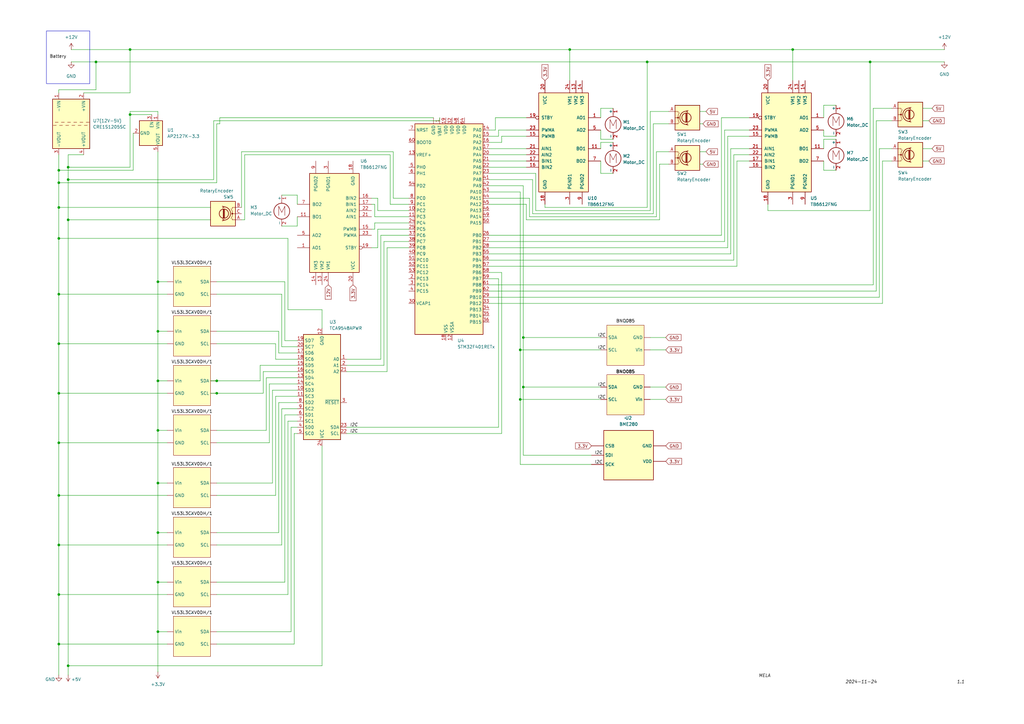
<source format=kicad_sch>
(kicad_sch (version 20231120) (generator "eeschema") (generator_version "8.0")
  (paper "A3")
  (lib_symbols
    (symbol "BNO085_Breakout_1"
      (property "Reference" "BNO085" (at 0 11.43 0))
      (property "Value" "~" (at 0 8.89 0))
      (symbol "BNO085_Breakout_1_1_1"
        (pin power_in line (at -10.16 -3.81 0) (length 2.54) (name "GND") (number ""))
        (pin input line (at 10.16 1.27 180) (length 2.54) (name "SCL") (number ""))
        (pin input line (at 10.16 -3.81 180) (length 2.54) (name "SDA") (number ""))
        (pin power_in line (at -10.16 1.27 0) (length 2.54) (name "Vin") (number ""))
      )
    )
    (symbol "BNO085_Breakout_2"
      (property "Reference" "VCNL4010" (at 0 9.144 0))
      (property "Value" "~" (at 0 8.89 0))
      (symbol "BNO085_Breakout_2_1_1"
        (pin power_in line (at -10.16 -3.81 0) (length 2.54) (name "GND") (number ""))
        (pin input line (at 10.16 -3.81 180) (length 2.54) (name "SCL") (number ""))
        (pin input line (at 10.16 1.27 180) (length 2.54) (name "SDA") (number ""))
        (pin power_in line (at -10.16 1.27 0) (length 2.54) (name "Vin") (number ""))
      )
    )
    (symbol "BNO085_Breakout_3"
      (property "Reference" "VCNL4010" (at 0 9.144 0))
      (property "Value" "~" (at 0 8.89 0))
      (symbol "BNO085_Breakout_3_1_1"
        (pin power_in line (at -10.16 -3.81 0) (length 2.54) (name "GND") (number ""))
        (pin input line (at 10.16 -3.81 180) (length 2.54) (name "SCL") (number ""))
        (pin input line (at 10.16 1.27 180) (length 2.54) (name "SDA") (number ""))
        (pin power_in line (at -10.16 1.27 0) (length 2.54) (name "Vin") (number ""))
      )
    )
    (symbol "BNO085_Breakout_4"
      (property "Reference" "VCNL4010" (at 0 9.144 0))
      (property "Value" "~" (at 0 8.89 0))
      (symbol "BNO085_Breakout_4_1_1"
        (pin power_in line (at -10.16 -3.81 0) (length 2.54) (name "GND") (number ""))
        (pin input line (at 10.16 -3.81 180) (length 2.54) (name "SCL") (number ""))
        (pin input line (at 10.16 1.27 180) (length 2.54) (name "SDA") (number ""))
        (pin power_in line (at -10.16 1.27 0) (length 2.54) (name "Vin") (number ""))
      )
    )
    (symbol "BNO085_Breakout_5"
      (property "Reference" "VCNL4010" (at 0 9.144 0))
      (property "Value" "~" (at 0 8.89 0))
      (symbol "BNO085_Breakout_5_1_1"
        (pin power_in line (at -10.16 -3.81 0) (length 2.54) (name "GND") (number ""))
        (pin input line (at 10.16 -3.81 180) (length 2.54) (name "SCL") (number ""))
        (pin input line (at 10.16 1.27 180) (length 2.54) (name "SDA") (number ""))
        (pin power_in line (at -10.16 1.27 0) (length 2.54) (name "Vin") (number ""))
      )
    )
    (symbol "BNO085_Breakout_6"
      (property "Reference" "VCNL4010" (at 0 9.144 0))
      (property "Value" "~" (at 0 8.89 0))
      (symbol "BNO085_Breakout_6_1_1"
        (pin power_in line (at -10.16 -3.81 0) (length 2.54) (name "GND") (number ""))
        (pin input line (at 10.16 -3.81 180) (length 2.54) (name "SCL") (number ""))
        (pin input line (at 10.16 1.27 180) (length 2.54) (name "SDA") (number ""))
        (pin power_in line (at -10.16 1.27 0) (length 2.54) (name "Vin") (number ""))
      )
    )
    (symbol "BNO085_Breakout_7"
      (property "Reference" "VCNL4010" (at 0 9.144 0))
      (property "Value" "~" (at 0 8.89 0))
      (symbol "BNO085_Breakout_7_1_1"
        (pin power_in line (at -10.16 -3.81 0) (length 2.54) (name "GND") (number ""))
        (pin input line (at 10.16 -3.81 180) (length 2.54) (name "SCL") (number ""))
        (pin input line (at 10.16 1.27 180) (length 2.54) (name "SDA") (number ""))
        (pin power_in line (at -10.16 1.27 0) (length 2.54) (name "Vin") (number ""))
      )
    )
    (symbol "BNO085_Breakout_8"
      (property "Reference" "VCNL4010" (at 0 9.144 0))
      (property "Value" "~" (at 0 8.89 0))
      (symbol "BNO085_Breakout_8_1_1"
        (pin power_in line (at -10.16 -3.81 0) (length 2.54) (name "GND") (number ""))
        (pin input line (at 10.16 -3.81 180) (length 2.54) (name "SCL") (number ""))
        (pin input line (at 10.16 1.27 180) (length 2.54) (name "SDA") (number ""))
        (pin power_in line (at -10.16 1.27 0) (length 2.54) (name "Vin") (number ""))
      )
    )
    (symbol "BNO085_Breakout_9"
      (property "Reference" "VCNL4010" (at 0 9.144 0))
      (property "Value" "~" (at 0 8.89 0))
      (symbol "BNO085_Breakout_9_1_1"
        (pin power_in line (at -10.16 -3.81 0) (length 2.54) (name "GND") (number ""))
        (pin input line (at 10.16 -3.81 180) (length 2.54) (name "SCL") (number ""))
        (pin input line (at 10.16 1.27 180) (length 2.54) (name "SDA") (number ""))
        (pin power_in line (at -10.16 1.27 0) (length 2.54) (name "Vin") (number ""))
      )
    )
    (symbol "BNO085_custom:BNO085_Breakout"
      (property "Reference" "BNO085" (at 0 11.43 0))
      (property "Value" "~" (at 0 8.89 0))
      (symbol "BNO085_Breakout_1_1"
        (pin power_in line (at -10.16 -3.81 0) (length 2.54) (name "GND") (number ""))
        (pin input line (at 10.16 1.27 180) (length 2.54) (name "SCL") (number ""))
        (pin input line (at 10.16 -3.81 180) (length 2.54) (name "SDA") (number ""))
        (pin power_in line (at -10.16 1.27 0) (length 2.54) (name "Vin") (number ""))
      )
    )
    (symbol "Device:RotaryEncoder" (pin_names (offset 0.254) hide)
      (property "Reference" "SW" (at 0 6.604 0))
      (property "Value" "RotaryEncoder" (at 0 -6.604 0))
      (symbol "RotaryEncoder_1_1"
        (pin passive line (at -7.62 2.54 0) (length 2.54) (name "A") (number "A"))
        (pin passive line (at -7.62 -2.54 0) (length 2.54) (name "B") (number "B"))
        (pin passive line (at -7.62 0 0) (length 2.54) (name "C") (number "C"))
      )
    )
    (symbol "Driver_Motor:TB6612FNG" (pin_names (offset 1.016))
      (property "Reference" "U" (at 11.43 17.78 0))
      (property "Value" "TB6612FNG" (at 11.43 15.24 0))
      (symbol "TB6612FNG_1_1"
        (pin output line (at 15.24 10.16 180) (length 5.08) (name "AO1") (number "1"))
        (pin passive line (at 7.62 -25.4 90) (length 5.08) hide (name "PGND2") (number "10"))
        (pin output line (at 15.24 -2.54 180) (length 5.08) (name "BO1") (number "11"))
        (pin passive line (at 15.24 -2.54 180) (length 5.08) hide (name "BO1") (number "12"))
        (pin power_in line (at 5.08 25.4 270) (length 5.08) (name "VM2") (number "13"))
        (pin power_in line (at 7.62 25.4 270) (length 5.08) (name "VM3") (number "14"))
        (pin input line (at -15.24 2.54 0) (length 5.08) (name "PWMB") (number "15"))
        (pin input line (at -15.24 -10.16 0) (length 5.08) (name "BIN2") (number "16"))
        (pin input line (at -15.24 -7.62 0) (length 5.08) (name "BIN1") (number "17"))
        (pin power_in line (at -7.62 -25.4 90) (length 5.08) (name "GND") (number "18"))
        (pin input inverted (at -15.24 10.16 0) (length 5.08) (name "STBY") (number "19"))
        (pin passive line (at 15.24 10.16 180) (length 5.08) hide (name "AO1") (number "2"))
        (pin power_in line (at -7.62 25.4 270) (length 5.08) (name "VCC") (number "20"))
        (pin input line (at -15.24 -2.54 0) (length 5.08) (name "AIN1") (number "21"))
        (pin input line (at -15.24 -5.08 0) (length 5.08) (name "AIN2") (number "22"))
        (pin input line (at -15.24 5.08 0) (length 5.08) (name "PWMA") (number "23"))
        (pin power_in line (at 2.54 25.4 270) (length 5.08) (name "VM1") (number "24"))
        (pin power_in line (at 2.54 -25.4 90) (length 5.08) (name "PGND1") (number "3"))
        (pin passive line (at 2.54 -25.4 90) (length 5.08) hide (name "PGND1") (number "4"))
        (pin output line (at 15.24 5.08 180) (length 5.08) (name "AO2") (number "5"))
        (pin passive line (at 15.24 5.08 180) (length 5.08) hide (name "AO2") (number "6"))
        (pin output line (at 15.24 -7.62 180) (length 5.08) (name "BO2") (number "7"))
        (pin passive line (at 15.24 -7.62 180) (length 5.08) hide (name "BO2") (number "8"))
        (pin power_in line (at 7.62 -25.4 90) (length 5.08) (name "PGND2") (number "9"))
      )
    )
    (symbol "Interface_Expansion:TCA9548APWR"
      (property "Reference" "U" (at -7.62 21.59 0))
      (property "Value" "TCA9548APWR" (at 1.016 21.59 0))
      (symbol "TCA9548APWR_1_1"
        (pin input line (at -10.16 -12.7 0) (length 2.54) (name "A0") (number "1"))
        (pin bidirectional line (at 10.16 0 180) (length 2.54) (name "SD3") (number "10"))
        (pin output line (at 10.16 2.54 180) (length 2.54) (name "SC3") (number "11"))
        (pin power_in line (at 0 -25.4 90) (length 2.54) (name "GND") (number "12"))
        (pin bidirectional line (at 10.16 -5.08 180) (length 2.54) (name "SD4") (number "13"))
        (pin output line (at 10.16 -2.54 180) (length 2.54) (name "SC4") (number "14"))
        (pin bidirectional line (at 10.16 -10.16 180) (length 2.54) (name "SD5") (number "15"))
        (pin output line (at 10.16 -7.62 180) (length 2.54) (name "SC5") (number "16"))
        (pin bidirectional line (at 10.16 -15.24 180) (length 2.54) (name "SD6") (number "17"))
        (pin output line (at 10.16 -12.7 180) (length 2.54) (name "SC6") (number "18"))
        (pin bidirectional line (at 10.16 -20.32 180) (length 2.54) (name "SD7") (number "19"))
        (pin input line (at -10.16 -10.16 0) (length 2.54) (name "A1") (number "2"))
        (pin output line (at 10.16 -17.78 180) (length 2.54) (name "SC7") (number "20"))
        (pin input line (at -10.16 -7.62 0) (length 2.54) (name "A2") (number "21"))
        (pin input line (at -10.16 17.78 0) (length 2.54) (name "SCL") (number "22"))
        (pin bidirectional line (at -10.16 15.24 0) (length 2.54) (name "SDA") (number "23"))
        (pin power_in line (at 0 22.86 270) (length 2.54) (name "VCC") (number "24"))
        (pin input line (at -10.16 5.08 0) (length 2.54) (name "~{RESET}") (number "3"))
        (pin bidirectional line (at 10.16 15.24 180) (length 2.54) (name "SD0") (number "4"))
        (pin output line (at 10.16 17.78 180) (length 2.54) (name "SC0") (number "5"))
        (pin bidirectional line (at 10.16 10.16 180) (length 2.54) (name "SD1") (number "6"))
        (pin output line (at 10.16 12.7 180) (length 2.54) (name "SC1") (number "7"))
        (pin bidirectional line (at 10.16 5.08 180) (length 2.54) (name "SD2") (number "8"))
        (pin output line (at 10.16 7.62 180) (length 2.54) (name "SC2") (number "9"))
      )
    )
    (symbol "MCU_ST_STM32F4:STM32F401RETx"
      (property "Reference" "U4" (at 4.7341 -45.72 0))
      (property "Value" "STM32F401RETx" (at 4.7341 -48.26 0))
      (symbol "STM32F401RETx_1_1"
        (pin input line (at -5.08 45.72 270) (length 2.54) (name "GND") (number ""))
        (pin power_in line (at -2.54 45.72 270) (length 2.54) (name "VBAT") (number "1"))
        (pin bidirectional line (at -15.24 7.62 0) (length 2.54) (name "PC2") (number "10"))
        (pin bidirectional line (at -15.24 5.08 0) (length 2.54) (name "PC3") (number "11"))
        (pin power_in line (at 2.54 -45.72 90) (length 2.54) (name "VSSA") (number "12"))
        (pin input line (at -15.24 30.48 0) (length 2.54) (name "VREF+") (number "13"))
        (pin bidirectional line (at 17.78 40.64 180) (length 2.54) (name "PA0") (number "14"))
        (pin bidirectional line (at 17.78 38.1 180) (length 2.54) (name "PA1") (number "15"))
        (pin bidirectional line (at 17.78 35.56 180) (length 2.54) (name "PA2") (number "16"))
        (pin bidirectional line (at 17.78 33.02 180) (length 2.54) (name "PA3") (number "17"))
        (pin power_in line (at 0 -45.72 90) (length 2.54) (name "VSS") (number "18"))
        (pin power_in line (at 0 45.72 270) (length 2.54) (name "VDD") (number "19"))
        (pin bidirectional line (at -15.24 -20.32 0) (length 2.54) (name "PC13") (number "2"))
        (pin bidirectional line (at 17.78 30.48 180) (length 2.54) (name "PA4") (number "20"))
        (pin bidirectional line (at 17.78 27.94 180) (length 2.54) (name "PA5") (number "21"))
        (pin bidirectional line (at 17.78 25.4 180) (length 2.54) (name "PA6") (number "22"))
        (pin bidirectional line (at 17.78 22.86 180) (length 2.54) (name "PA7") (number "23"))
        (pin bidirectional line (at -15.24 2.54 0) (length 2.54) (name "PC4") (number "24"))
        (pin bidirectional line (at -15.24 0 0) (length 2.54) (name "PC5") (number "25"))
        (pin bidirectional line (at 17.78 -2.54 180) (length 2.54) (name "PB0") (number "26"))
        (pin bidirectional line (at 17.78 -5.08 180) (length 2.54) (name "PB1") (number "27"))
        (pin bidirectional line (at 17.78 -7.62 180) (length 2.54) (name "PB2") (number "28"))
        (pin bidirectional line (at 17.78 -27.94 180) (length 2.54) (name "PB10") (number "29"))
        (pin bidirectional line (at -15.24 -22.86 0) (length 2.54) (name "PC14") (number "3"))
        (pin power_out line (at -15.24 -30.48 0) (length 2.54) (name "VCAP1") (number "30"))
        (pin passive line (at 0 -45.72 90) (length 2.54) hide (name "VSS") (number "31"))
        (pin power_in line (at 2.54 45.72 270) (length 2.54) (name "VDD") (number "32"))
        (pin bidirectional line (at 17.78 -30.48 180) (length 2.54) (name "PB12") (number "33"))
        (pin bidirectional line (at 17.78 -33.02 180) (length 2.54) (name "PB13") (number "34"))
        (pin bidirectional line (at 17.78 -35.56 180) (length 2.54) (name "PB14") (number "35"))
        (pin bidirectional line (at 17.78 -38.1 180) (length 2.54) (name "PB15") (number "36"))
        (pin bidirectional line (at -15.24 -2.54 0) (length 2.54) (name "PC6") (number "37"))
        (pin bidirectional line (at -15.24 -5.08 0) (length 2.54) (name "PC7") (number "38"))
        (pin bidirectional line (at -15.24 -7.62 0) (length 2.54) (name "PC8") (number "39"))
        (pin bidirectional line (at -15.24 -25.4 0) (length 2.54) (name "PC15") (number "4"))
        (pin bidirectional line (at -15.24 -10.16 0) (length 2.54) (name "PC9") (number "40"))
        (pin bidirectional line (at 17.78 20.32 180) (length 2.54) (name "PA8") (number "41"))
        (pin bidirectional line (at 17.78 17.78 180) (length 2.54) (name "PA9") (number "42"))
        (pin bidirectional line (at 17.78 15.24 180) (length 2.54) (name "PA10") (number "43"))
        (pin bidirectional line (at 17.78 12.7 180) (length 2.54) (name "PA11") (number "44"))
        (pin bidirectional line (at 17.78 10.16 180) (length 2.54) (name "PA12") (number "45"))
        (pin bidirectional line (at 17.78 7.62 180) (length 2.54) (name "PA13") (number "46"))
        (pin passive line (at 0 -45.72 90) (length 2.54) hide (name "VSS") (number "47"))
        (pin power_in line (at 5.08 45.72 270) (length 2.54) (name "VDD") (number "48"))
        (pin bidirectional line (at 17.78 5.08 180) (length 2.54) (name "PA14") (number "49"))
        (pin bidirectional line (at -15.24 25.4 0) (length 2.54) (name "PH0") (number "5"))
        (pin bidirectional line (at 17.78 2.54 180) (length 2.54) (name "PA15") (number "50"))
        (pin bidirectional line (at -15.24 -12.7 0) (length 2.54) (name "PC10") (number "51"))
        (pin bidirectional line (at -15.24 -15.24 0) (length 2.54) (name "PC11") (number "52"))
        (pin bidirectional line (at -15.24 -17.78 0) (length 2.54) (name "PC12") (number "53"))
        (pin bidirectional line (at -15.24 17.78 0) (length 2.54) (name "PD2") (number "54"))
        (pin bidirectional line (at 17.78 -10.16 180) (length 2.54) (name "PB3") (number "55"))
        (pin bidirectional line (at 17.78 -12.7 180) (length 2.54) (name "PB4") (number "56"))
        (pin bidirectional line (at 17.78 -15.24 180) (length 2.54) (name "PB5") (number "57"))
        (pin bidirectional line (at 17.78 -17.78 180) (length 2.54) (name "PB6") (number "58"))
        (pin bidirectional line (at 17.78 -20.32 180) (length 2.54) (name "PB7") (number "59"))
        (pin bidirectional line (at -15.24 22.86 0) (length 2.54) (name "PH1") (number "6"))
        (pin input line (at -15.24 35.56 0) (length 2.54) (name "BOOT0") (number "60"))
        (pin bidirectional line (at 17.78 -22.86 180) (length 2.54) (name "PB8") (number "61"))
        (pin bidirectional line (at 17.78 -25.4 180) (length 2.54) (name "PB9") (number "62"))
        (pin passive line (at 0 -45.72 90) (length 2.54) hide (name "VSS") (number "63"))
        (pin power_in line (at 7.62 45.72 270) (length 2.54) (name "VDD") (number "64"))
        (pin input line (at -15.24 40.64 0) (length 2.54) (name "NRST") (number "7"))
        (pin bidirectional line (at -15.24 12.7 0) (length 2.54) (name "PC0") (number "8"))
        (pin bidirectional line (at -15.24 10.16 0) (length 2.54) (name "PC1") (number "9"))
      )
    )
    (symbol "Motor:Motor_DC" (pin_names (offset 0))
      (property "Reference" "M" (at 2.54 2.54 0))
      (property "Value" "Motor_DC" (at 2.54 -5.08 0))
      (symbol "Motor_DC_1_1"
        (pin passive line (at 0 5.08 270) (length 2.54) (name "+") (number "1"))
        (pin passive line (at 0 -7.62 90) (length 2.54) (name "-") (number "2"))
      )
    )
    (symbol "Regulator_Linear:AP2127K-3.3" (pin_names (offset 0.254))
      (property "Reference" "U" (at -5.08 5.715 0))
      (property "Value" "AP2127K-3.3" (at 0 5.715 0))
      (symbol "AP2127K-3.3_1_1"
        (pin power_in line (at -7.62 2.54 0) (length 2.54) (name "VIN") (number "1"))
        (pin power_in line (at 0 -7.62 90) (length 2.54) (name "GND") (number "2"))
        (pin input line (at -7.62 0 0) (length 2.54) (name "EN") (number "3"))
        (pin no_connect line (at 5.08 0 180) (length 2.54) hide (name "NC") (number "4"))
        (pin power_out line (at 7.62 2.54 180) (length 2.54) (name "VOUT") (number "5"))
      )
    )
    (symbol "Regulator_Switching:CRE1S1205SC"
      (property "Reference" "U" (at -8.89 8.89 0))
      (property "Value" "CRE1S1205SC" (at 2.54 8.89 0))
      (symbol "CRE1S1205SC_1_1"
        (pin power_in line (at -12.7 -5.08 0) (length 2.54) (name "-VIN") (number "1"))
        (pin power_in line (at -12.7 5.08 0) (length 2.54) (name "+VIN") (number "2"))
        (pin power_out line (at 12.7 -5.08 180) (length 2.54) (name "-VOUT") (number "3"))
        (pin power_out line (at 12.7 5.08 180) (length 2.54) (name "+VOUT") (number "4"))
      )
    )
    (symbol "RotaryEncoder_1" (pin_names (offset 0.254) hide)
      (property "Reference" "SW1" (at -4.318 -6.858 0))
      (property "Value" "RotaryEncoder" (at -4.318 -9.398 0))
      (symbol "RotaryEncoder_1_1_1"
        (pin passive line (at -7.62 2.54 0) (length 2.54) (name "A") (number "A"))
        (pin passive line (at -7.62 -2.54 0) (length 2.54) (name "B") (number "B"))
      )
    )
    (symbol "RotaryEncoder_2" (pin_names (offset 0.254) hide)
      (property "Reference" "SW2" (at -4.318 -6.35 0))
      (property "Value" "RotaryEncoder" (at -4.318 -8.89 0))
      (symbol "RotaryEncoder_2_1_1"
        (pin passive line (at -7.62 2.54 0) (length 2.54) (name "A") (number "A"))
        (pin passive line (at -7.62 -2.54 0) (length 2.54) (name "B") (number "B"))
      )
    )
    (symbol "Sensor:BME280"
      (property "Reference" "U2" (at 0 -15.24 0))
      (property "Value" "BME280" (at 0 -12.7 0))
      (symbol "BME280_1_1"
        (pin input line (at 15.24 -3.81 180) (length 5.08) (name "CSB") (number ""))
        (pin power_in line (at -15.24 -3.81 0) (length 5.08) (name "GND") (number ""))
        (pin input line (at 15.24 3.81 180) (length 5.08) (name "SCK") (number ""))
        (pin bidirectional line (at 15.24 0 180) (length 5.08) (name "SDI") (number ""))
        (pin power_in line (at -15.24 2.54 0) (length 5.08) (name "VDD") (number ""))
      )
    )
    (symbol "power:+12V" (power) (pin_numbers hide) (pin_names (offset 0) hide)
      (property "Value" "+12V" (at 0 3.556 0))
      (symbol "+12V_1_1"
        (pin power_in line (at 0 0 90) (length 0) (name "~") (number "1"))
      )
    )
    (symbol "power:+3.3V" (power) (pin_numbers hide) (pin_names (offset 0) hide)
      (property "Value" "+3.3V" (at 0 3.556 0))
      (symbol "+3.3V_1_1"
        (pin power_in line (at 0 0 90) (length 0) (name "~") (number "1"))
      )
    )
    (symbol "power:+5V" (power) (pin_numbers hide) (pin_names (offset 0) hide)
      (property "Value" "+5V" (at 0 3.556 0))
      (symbol "+5V_1_1"
        (pin power_in line (at 0 0 90) (length 0) (name "~") (number "1"))
      )
    )
    (symbol "power:GND" (power) (pin_numbers hide) (pin_names (offset 0) hide)
      (property "Value" "GND" (at 0 -3.81 0))
      (symbol "GND_1_1"
        (pin power_in line (at 0 0 270) (length 0) (name "~") (number "1"))
      )
    )
  )
  (junction (at 64.77 115.57))
  (junction (at 64.77 176.53))
  (junction (at 24.13 203.2))
  (junction (at 24.13 120.65))
  (junction (at 214.63 138.43))
  (junction (at 24.13 140.97))
  (junction (at 233.68 20.32))
  (junction (at 24.13 223.52))
  (junction (at 24.13 69.85))
  (junction (at 39.37 25.4))
  (junction (at 356.87 25.4))
  (junction (at 24.13 85.09))
  (junction (at 24.13 161.29))
  (junction (at 64.77 259.08))
  (junction (at 27.94 73.66))
  (junction (at 213.36 163.83))
  (junction (at 24.13 97.79))
  (junction (at 24.13 264.16))
  (junction (at 64.77 218.44))
  (junction (at 265.43 25.4))
  (junction (at 88.9 161.29))
  (junction (at 24.13 181.61))
  (junction (at 24.13 243.84))
  (junction (at 214.63 158.75))
  (junction (at 27.94 68.58))
  (junction (at 213.36 143.51))
  (junction (at 64.77 156.21))
  (junction (at 27.94 273.05))
  (junction (at 27.94 90.17))
  (junction (at 53.34 46.99))
  (junction (at 325.12 20.32))
  (junction (at 53.34 20.32))
  (junction (at 64.77 198.12))
  (junction (at 64.77 238.76))
  (junction (at 24.13 74.93))
  (junction (at 88.9 156.21))
  (junction (at 64.77 135.89))
  (wire (pts (xy 115.57 120.65) (xy 115.57 142.24)))
  (wire (pts (xy 360.68 60.96) (xy 365.76 60.96)))
  (wire (pts (xy 200.66 78.74) (xy 213.36 78.74)))
  (wire (pts (xy 200.66 96.52) (xy 295.91 96.52)))
  (wire (pts (xy 167.64 91.44) (xy 153.67 91.44)))
  (wire (pts (xy 299.72 104.14) (xy 299.72 60.96)))
  (wire (pts (xy 200.66 124.46) (xy 361.95 124.46)))
  (wire (pts (xy 337.82 43.18) (xy 342.9 43.18)))
  (wire (pts (xy 153.67 88.9) (xy 167.64 88.9)))
  (wire (pts (xy 39.37 25.4) (xy 265.43 25.4)))
  (wire (pts (xy 24.13 243.84) (xy 68.58 243.84)))
  (wire (pts (xy 246.38 71.12) (xy 251.46 71.12)))
  (wire (pts (xy 298.45 55.88) (xy 307.34 55.88)))
  (wire (pts (xy 88.9 259.08) (xy 119.38 259.08)))
  (wire (pts (xy 118.11 243.84) (xy 118.11 172.72)))
  (wire (pts (xy 153.67 91.44) (xy 153.67 93.98)))
  (wire (pts (xy 167.64 96.52) (xy 156.21 96.52)))
  (wire (pts (xy 64.77 198.12) (xy 68.58 198.12)))
  (wire (pts (xy 53.34 46.99) (xy 53.34 68.58)))
  (wire (pts (xy 287.02 62.23) (xy 289.56 62.23)))
  (wire (pts (xy 68.58 161.29) (xy 24.13 161.29)))
  (wire (pts (xy 200.66 104.14) (xy 299.72 104.14)))
  (wire (pts (xy 154.94 93.98) (xy 167.64 93.98)))
  (wire (pts (xy 200.66 81.28) (xy 217.17 81.28)))
  (wire (pts (xy 154.94 101.6) (xy 154.94 93.98)))
  (wire (pts (xy 115.57 167.64) (xy 121.92 167.64)))
  (wire (pts (xy 287.02 45.72) (xy 289.56 45.72)))
  (wire (pts (xy 118.11 172.72) (xy 121.92 172.72)))
  (wire (pts (xy 64.77 218.44) (xy 68.58 218.44)))
  (wire (pts (xy 295.91 96.52) (xy 295.91 48.26)))
  (wire (pts (xy 120.65 177.8) (xy 121.92 177.8)))
  (wire (pts (xy 113.03 147.32) (xy 121.92 147.32)))
  (wire (pts (xy 158.75 101.6) (xy 158.75 152.4)))
  (wire (pts (xy 39.37 36.83) (xy 39.37 25.4)))
  (wire (pts (xy 24.13 85.09) (xy 24.13 97.79)))
  (wire (pts (xy 213.36 163.83) (xy 246.38 163.83)))
  (wire (pts (xy 337.82 60.96) (xy 337.82 57.15)))
  (wire (pts (xy 24.13 69.85) (xy 24.13 74.93)))
  (wire (pts (xy 99.06 62.23) (xy 99.06 85.09)))
  (wire (pts (xy 298.45 101.6) (xy 298.45 55.88)))
  (wire (pts (xy 223.52 83.82) (xy 223.52 85.09)))
  (wire (pts (xy 88.9 264.16) (xy 120.65 264.16)))
  (wire (pts (xy 100.33 90.17) (xy 99.06 90.17)))
  (wire (pts (xy 24.13 85.09) (xy 86.36 85.09)))
  (wire (pts (xy 358.14 44.45) (xy 365.76 44.45)))
  (wire (pts (xy 24.13 264.16) (xy 24.13 276.86)))
  (wire (pts (xy 157.48 99.06) (xy 157.48 149.86)))
  (wire (pts (xy 64.77 238.76) (xy 68.58 238.76)))
  (wire (pts (xy 217.17 88.9) (xy 269.24 88.9)))
  (wire (pts (xy 121.92 92.71) (xy 115.57 92.71)))
  (wire (pts (xy 113.03 162.56) (xy 121.92 162.56)))
  (wire (pts (xy 200.66 71.12) (xy 219.71 71.12)))
  (wire (pts (xy 214.63 138.43) (xy 246.38 138.43)))
  (wire (pts (xy 24.13 36.83) (xy 39.37 36.83)))
  (wire (pts (xy 118.11 127) (xy 118.11 97.79)))
  (wire (pts (xy 132.08 127) (xy 132.08 134.62)))
  (wire (pts (xy 64.77 135.89) (xy 68.58 135.89)))
  (wire (pts (xy 219.71 86.36) (xy 266.7 86.36)))
  (wire (pts (xy 88.9 176.53) (xy 109.22 176.53)))
  (wire (pts (xy 64.77 45.72) (xy 53.34 45.72)))
  (wire (pts (xy 24.13 203.2) (xy 24.13 223.52)))
  (wire (pts (xy 204.47 53.34) (xy 215.9 53.34)))
  (wire (pts (xy 88.9 161.29) (xy 107.95 161.29)))
  (wire (pts (xy 24.13 120.65) (xy 68.58 120.65)))
  (wire (pts (xy 314.96 86.36) (xy 356.87 86.36)))
  (wire (pts (xy 27.94 90.17) (xy 86.36 90.17)))
  (wire (pts (xy 90.17 48.26) (xy 177.8 48.26)))
  (wire (pts (xy 300.99 63.5) (xy 307.34 63.5)))
  (wire (pts (xy 219.71 71.12) (xy 219.71 86.36)))
  (wire (pts (xy 325.12 20.32) (xy 387.35 20.32)))
  (wire (pts (xy 200.66 109.22) (xy 302.26 109.22)))
  (wire (pts (xy 200.66 73.66) (xy 218.44 73.66)))
  (wire (pts (xy 299.72 60.96) (xy 307.34 60.96)))
  (wire (pts (xy 24.13 181.61) (xy 24.13 203.2)))
  (wire (pts (xy 29.21 20.32) (xy 53.34 20.32)))
  (wire (pts (xy 54.61 54.61) (xy 54.61 69.85)))
  (wire (pts (xy 359.41 49.53) (xy 365.76 49.53)))
  (wire (pts (xy 64.77 62.23) (xy 64.77 115.57)))
  (wire (pts (xy 113.03 203.2) (xy 113.03 162.56)))
  (wire (pts (xy 110.49 157.48) (xy 121.92 157.48)))
  (wire (pts (xy 205.74 58.42) (xy 205.74 55.88)))
  (wire (pts (xy 246.38 58.42) (xy 251.46 58.42)))
  (wire (pts (xy 24.13 74.93) (xy 88.9 74.93)))
  (wire (pts (xy 287.02 50.8) (xy 288.29 50.8)))
  (wire (pts (xy 267.97 87.63) (xy 267.97 50.8)))
  (wire (pts (xy 24.13 161.29) (xy 24.13 181.61)))
  (wire (pts (xy 109.22 176.53) (xy 109.22 154.94)))
  (wire (pts (xy 300.99 106.68) (xy 300.99 63.5)))
  (wire (pts (xy 204.47 55.88) (xy 204.47 53.34)))
  (wire (pts (xy 115.57 223.52) (xy 115.57 167.64)))
  (wire (pts (xy 24.13 38.1) (xy 24.13 36.83)))
  (wire (pts (xy 114.3 135.89) (xy 114.3 144.78)))
  (wire (pts (xy 53.34 45.72) (xy 53.34 46.99)))
  (wire (pts (xy 200.66 114.3) (xy 204.47 114.3)))
  (wire (pts (xy 158.75 152.4) (xy 142.24 152.4)))
  (wire (pts (xy 116.84 139.7) (xy 121.92 139.7)))
  (wire (pts (xy 167.64 101.6) (xy 158.75 101.6)))
  (wire (pts (xy 200.66 101.6) (xy 298.45 101.6)))
  (wire (pts (xy 64.77 135.89) (xy 64.77 156.21)))
  (wire (pts (xy 213.36 143.51) (xy 213.36 163.83)))
  (wire (pts (xy 200.66 60.96) (xy 215.9 60.96)))
  (wire (pts (xy 314.96 83.82) (xy 314.96 86.36)))
  (wire (pts (xy 27.94 73.66) (xy 27.94 90.17)))
  (wire (pts (xy 203.2 53.34) (xy 203.2 48.26)))
  (wire (pts (xy 106.68 156.21) (xy 88.9 156.21)))
  (wire (pts (xy 27.94 273.05) (xy 27.94 276.86)))
  (wire (pts (xy 359.41 49.53) (xy 359.41 119.38)))
  (wire (pts (xy 64.77 238.76) (xy 64.77 259.08)))
  (wire (pts (xy 337.82 53.34) (xy 337.82 55.88)))
  (wire (pts (xy 233.68 20.32) (xy 325.12 20.32)))
  (wire (pts (xy 24.13 181.61) (xy 68.58 181.61)))
  (wire (pts (xy 88.9 135.89) (xy 114.3 135.89)))
  (wire (pts (xy 64.77 46.99) (xy 64.77 45.72)))
  (wire (pts (xy 266.7 86.36) (xy 266.7 45.72)))
  (wire (pts (xy 88.9 115.57) (xy 116.84 115.57)))
  (wire (pts (xy 27.94 68.58) (xy 27.94 73.66)))
  (wire (pts (xy 153.67 93.98) (xy 152.4 93.98)))
  (wire (pts (xy 24.13 140.97) (xy 68.58 140.97)))
  (wire (pts (xy 53.34 68.58) (xy 27.94 68.58)))
  (wire (pts (xy 246.38 66.04) (xy 246.38 71.12)))
  (wire (pts (xy 90.17 50.8) (xy 88.9 50.8)))
  (wire (pts (xy 273.05 163.83) (xy 266.7 163.83)))
  (wire (pts (xy 121.92 83.82) (xy 121.92 80.01)))
  (wire (pts (xy 200.66 119.38) (xy 359.41 119.38)))
  (wire (pts (xy 361.95 66.04) (xy 365.76 66.04)))
  (wire (pts (xy 200.66 99.06) (xy 297.18 99.06)))
  (wire (pts (xy 180.34 49.53) (xy 180.34 48.26)))
  (wire (pts (xy 203.2 48.26) (xy 215.9 48.26)))
  (wire (pts (xy 295.91 48.26) (xy 307.34 48.26)))
  (wire (pts (xy 24.13 203.2) (xy 68.58 203.2)))
  (wire (pts (xy 88.9 181.61) (xy 110.49 181.61)))
  (wire (pts (xy 161.29 81.28) (xy 161.29 62.23)))
  (wire (pts (xy 267.97 50.8) (xy 274.32 50.8)))
  (wire (pts (xy 24.13 264.16) (xy 68.58 264.16)))
  (wire (pts (xy 64.77 218.44) (xy 64.77 238.76)))
  (wire (pts (xy 116.84 115.57) (xy 116.84 139.7)))
  (wire (pts (xy 88.9 218.44) (xy 114.3 218.44)))
  (wire (pts (xy 24.13 140.97) (xy 24.13 161.29)))
  (wire (pts (xy 27.94 63.5) (xy 34.29 63.5)))
  (wire (pts (xy 27.94 90.17) (xy 27.94 273.05)))
  (wire (pts (xy 215.9 90.17) (xy 270.51 90.17)))
  (wire (pts (xy 200.66 106.68) (xy 300.99 106.68)))
  (wire (pts (xy 27.94 63.5) (xy 27.94 68.58)))
  (wire (pts (xy 88.9 140.97) (xy 113.03 140.97)))
  (wire (pts (xy 246.38 57.15) (xy 251.46 57.15)))
  (wire (pts (xy 337.82 66.04) (xy 337.82 69.85)))
  (wire (pts (xy 110.49 181.61) (xy 110.49 157.48)))
  (wire (pts (xy 213.36 190.5) (xy 213.36 163.83)))
  (wire (pts (xy 88.9 238.76) (xy 116.84 238.76)))
  (wire (pts (xy 200.66 121.92) (xy 360.68 121.92)))
  (wire (pts (xy 24.13 74.93) (xy 24.13 85.09)))
  (wire (pts (xy 100.33 63.5) (xy 100.33 90.17)))
  (wire (pts (xy 24.13 120.65) (xy 24.13 140.97)))
  (wire (pts (xy 86.36 156.21) (xy 88.9 156.21)))
  (wire (pts (xy 64.77 176.53) (xy 68.58 176.53)))
  (wire (pts (xy 53.34 46.99) (xy 62.23 46.99)))
  (wire (pts (xy 118.11 97.79) (xy 24.13 97.79)))
  (wire (pts (xy 24.13 63.5) (xy 24.13 69.85)))
  (wire (pts (xy 215.9 90.17) (xy 215.9 83.82)))
  (wire (pts (xy 64.77 198.12) (xy 64.77 218.44)))
  (wire (pts (xy 24.13 69.85) (xy 54.61 69.85)))
  (wire (pts (xy 337.82 69.85) (xy 342.9 69.85)))
  (wire (pts (xy 273.05 158.75) (xy 266.7 158.75)))
  (wire (pts (xy 325.12 20.32) (xy 325.12 33.02)))
  (wire (pts (xy 361.95 66.04) (xy 361.95 124.46)))
  (wire (pts (xy 118.11 127) (xy 132.08 127)))
  (wire (pts (xy 302.26 109.22) (xy 302.26 66.04)))
  (wire (pts (xy 34.29 38.1) (xy 53.34 38.1)))
  (wire (pts (xy 107.95 161.29) (xy 107.95 152.4)))
  (wire (pts (xy 218.44 87.63) (xy 267.97 87.63)))
  (wire (pts (xy 246.38 53.34) (xy 246.38 57.15)))
  (wire (pts (xy 64.77 115.57) (xy 68.58 115.57)))
  (wire (pts (xy 246.38 48.26) (xy 246.38 44.45)))
  (wire (pts (xy 204.47 114.3) (xy 204.47 175.26)))
  (wire (pts (xy 200.66 58.42) (xy 205.74 58.42)))
  (wire (pts (xy 273.05 138.43) (xy 266.7 138.43)))
  (wire (pts (xy 115.57 142.24) (xy 121.92 142.24)))
  (wire (pts (xy 88.9 223.52) (xy 115.57 223.52)))
  (wire (pts (xy 106.68 149.86) (xy 106.68 156.21)))
  (wire (pts (xy 356.87 25.4) (xy 356.87 86.36)))
  (wire (pts (xy 337.82 55.88) (xy 342.9 55.88)))
  (wire (pts (xy 109.22 154.94) (xy 121.92 154.94)))
  (wire (pts (xy 167.64 99.06) (xy 157.48 99.06)))
  (wire (pts (xy 27.94 73.66) (xy 87.63 73.66)))
  (wire (pts (xy 214.63 186.69) (xy 214.63 158.75)))
  (wire (pts (xy 167.64 83.82) (xy 160.02 83.82)))
  (wire (pts (xy 116.84 170.18) (xy 121.92 170.18)))
  (wire (pts (xy 24.13 243.84) (xy 24.13 264.16)))
  (wire (pts (xy 160.02 83.82) (xy 160.02 63.5)))
  (wire (pts (xy 111.76 198.12) (xy 111.76 160.02)))
  (wire (pts (xy 204.47 175.26) (xy 142.24 175.26)))
  (wire (pts (xy 64.77 176.53) (xy 64.77 198.12)))
  (wire (pts (xy 116.84 238.76) (xy 116.84 170.18)))
  (wire (pts (xy 205.74 55.88) (xy 215.9 55.88)))
  (wire (pts (xy 114.3 144.78) (xy 121.92 144.78)))
  (wire (pts (xy 217.17 81.28) (xy 217.17 88.9)))
  (wire (pts (xy 356.87 25.4) (xy 387.35 25.4)))
  (wire (pts (xy 200.66 53.34) (xy 203.2 53.34)))
  (wire (pts (xy 265.43 25.4) (xy 265.43 85.09)))
  (wire (pts (xy 302.26 66.04) (xy 307.34 66.04)))
  (wire (pts (xy 200.66 76.2) (xy 214.63 76.2)))
  (wire (pts (xy 64.77 115.57) (xy 64.77 135.89)))
  (wire (pts (xy 167.64 81.28) (xy 161.29 81.28)))
  (wire (pts (xy 88.9 243.84) (xy 118.11 243.84)))
  (wire (pts (xy 64.77 156.21) (xy 68.58 156.21)))
  (wire (pts (xy 378.46 60.96) (xy 382.27 60.96)))
  (wire (pts (xy 213.36 143.51) (xy 246.38 143.51)))
  (wire (pts (xy 24.13 97.79) (xy 24.13 120.65)))
  (wire (pts (xy 378.46 66.04) (xy 381 66.04)))
  (wire (pts (xy 88.9 120.65) (xy 115.57 120.65)))
  (wire (pts (xy 152.4 83.82) (xy 153.67 83.82)))
  (wire (pts (xy 214.63 158.75) (xy 246.38 158.75)))
  (wire (pts (xy 24.13 223.52) (xy 68.58 223.52)))
  (wire (pts (xy 200.66 111.76) (xy 205.74 111.76)))
  (wire (pts (xy 242.57 186.69) (xy 214.63 186.69)))
  (wire (pts (xy 132.08 273.05) (xy 132.08 182.88)))
  (wire (pts (xy 152.4 81.28) (xy 154.94 81.28)))
  (wire (pts (xy 270.51 90.17) (xy 270.51 67.31)))
  (wire (pts (xy 106.68 149.86) (xy 121.92 149.86)))
  (wire (pts (xy 200.66 55.88) (xy 204.47 55.88)))
  (wire (pts (xy 337.82 57.15) (xy 342.9 57.15)))
  (wire (pts (xy 27.94 273.05) (xy 132.08 273.05)))
  (wire (pts (xy 266.7 45.72) (xy 274.32 45.72)))
  (wire (pts (xy 154.94 86.36) (xy 154.94 81.28)))
  (wire (pts (xy 121.92 88.9) (xy 121.92 92.71)))
  (wire (pts (xy 167.64 86.36) (xy 154.94 86.36)))
  (wire (pts (xy 358.14 44.45) (xy 358.14 116.84)))
  (wire (pts (xy 114.3 165.1) (xy 121.92 165.1)))
  (wire (pts (xy 213.36 190.5) (xy 242.57 190.5)))
  (wire (pts (xy 119.38 175.26) (xy 121.92 175.26)))
  (wire (pts (xy 297.18 99.06) (xy 297.18 53.34)))
  (wire (pts (xy 269.24 62.23) (xy 274.32 62.23)))
  (wire (pts (xy 213.36 78.74) (xy 213.36 143.51)))
  (wire (pts (xy 200.66 116.84) (xy 358.14 116.84)))
  (wire (pts (xy 297.18 53.34) (xy 307.34 53.34)))
  (wire (pts (xy 64.77 259.08) (xy 64.77 275.59)))
  (wire (pts (xy 153.67 83.82) (xy 153.67 88.9)))
  (wire (pts (xy 287.02 67.31) (xy 288.29 67.31)))
  (wire (pts (xy 161.29 62.23) (xy 99.06 62.23)))
  (wire (pts (xy 24.13 223.52) (xy 24.13 243.84)))
  (wire (pts (xy 152.4 101.6) (xy 154.94 101.6)))
  (wire (pts (xy 246.38 60.96) (xy 246.38 58.42)))
  (wire (pts (xy 378.46 49.53) (xy 381 49.53)))
  (wire (pts (xy 214.63 138.43) (xy 214.63 158.75)))
  (wire (pts (xy 200.66 66.04) (xy 215.9 66.04)))
  (wire (pts (xy 88.9 203.2) (xy 113.03 203.2)))
  (wire (pts (xy 107.95 152.4) (xy 121.92 152.4)))
  (wire (pts (xy 233.68 20.32) (xy 233.68 33.02)))
  (wire (pts (xy 200.66 63.5) (xy 215.9 63.5)))
  (wire (pts (xy 87.63 49.53) (xy 87.63 73.66)))
  (wire (pts (xy 180.34 49.53) (xy 87.63 49.53)))
  (wire (pts (xy 29.21 25.4) (xy 39.37 25.4)))
  (wire (pts (xy 265.43 25.4) (xy 356.87 25.4)))
  (wire (pts (xy 64.77 156.21) (xy 64.77 176.53)))
  (wire (pts (xy 337.82 48.26) (xy 337.82 43.18)))
  (wire (pts (xy 215.9 83.82) (xy 200.66 83.82)))
  (wire (pts (xy 200.66 68.58) (xy 215.9 68.58)))
  (wire (pts (xy 88.9 198.12) (xy 111.76 198.12)))
  (wire (pts (xy 246.38 44.45) (xy 251.46 44.45)))
  (wire (pts (xy 64.77 259.08) (xy 68.58 259.08)))
  (wire (pts (xy 119.38 259.08) (xy 119.38 175.26)))
  (wire (pts (xy 121.92 80.01) (xy 115.57 80.01)))
  (wire (pts (xy 160.02 63.5) (xy 100.33 63.5)))
  (wire (pts (xy 113.03 140.97) (xy 113.03 147.32)))
  (wire (pts (xy 360.68 60.96) (xy 360.68 121.92)))
  (wire (pts (xy 205.74 177.8) (xy 142.24 177.8)))
  (wire (pts (xy 205.74 111.76) (xy 205.74 177.8)))
  (wire (pts (xy 86.36 161.29) (xy 88.9 161.29)))
  (wire (pts (xy 53.34 38.1) (xy 53.34 20.32)))
  (wire (pts (xy 90.17 50.8) (xy 90.17 48.26)))
  (wire (pts (xy 88.9 50.8) (xy 88.9 74.93)))
  (wire (pts (xy 218.44 73.66) (xy 218.44 87.63)))
  (wire (pts (xy 269.24 88.9) (xy 269.24 62.23)))
  (wire (pts (xy 214.63 76.2) (xy 214.63 138.43)))
  (wire (pts (xy 270.51 67.31) (xy 274.32 67.31)))
  (wire (pts (xy 53.34 20.32) (xy 233.68 20.32)))
  (wire (pts (xy 378.46 44.45) (xy 382.27 44.45)))
  (wire (pts (xy 223.52 85.09) (xy 265.43 85.09)))
  (wire (pts (xy 111.76 160.02) (xy 121.92 160.02)))
  (wire (pts (xy 157.48 149.86) (xy 142.24 149.86)))
  (wire (pts (xy 273.05 143.51) (xy 266.7 143.51)))
  (wire (pts (xy 156.21 96.52) (xy 156.21 147.32)))
  (wire (pts (xy 114.3 218.44) (xy 114.3 165.1)))
  (wire (pts (xy 156.21 147.32) (xy 142.24 147.32)))
  (wire (pts (xy 120.65 264.16) (xy 120.65 177.8)))
  (rectangle (start 19.05 12.7) (end 36.83 34.29))
  (label "Battery" (at 20.32 24.13 0))
  (label "I2C" (at 245.11 163.83 0) (effects (font (italic yes))))
  (label "I2C" (at 243.84 190.5 0) (effects (font (italic yes))))
  (label "I2C" (at 143.51 175.26 0) (effects (font (italic yes))))
  (label "1.1" (at 392.43 280.67 0) (effects (font (italic yes))))
  (label "I2C" (at 245.11 143.51 0) (effects (font (italic yes))))
  (label "I2C" (at 245.11 158.75 0) (effects (font (italic yes))))
  (label "MELA" (at 311.15 278.13 0) (effects (font (italic yes))))
  (label "I2C" (at 245.11 138.43 0) (effects (font (italic yes))))
  (label "I2C" (at 243.84 186.69 0) (effects (font (italic yes))))
  (label "I2C" (at 143.51 177.8 0) (effects (font (italic yes))))
  (label "2024-11-24" (at 346.71 280.67 0) (effects (font (italic yes))))
  (global_label "GND" (shape input) (at 273.05 158.75 0) (property "Intersheetrefs" "${INTERSHEET_REFS}" (effects (hide yes))))
  (global_label "3.3V" (shape input) (at 273.05 143.51 0) (property "Intersheetrefs" "${INTERSHEET_REFS}" (effects (hide yes))))
  (global_label "5V" (shape input) (at 289.56 62.23 0) (property "Intersheetrefs" "${INTERSHEET_REFS}" (effects (hide yes))))
  (global_label "5V" (shape input) (at 382.27 44.45 0) (property "Intersheetrefs" "${INTERSHEET_REFS}" (effects (hide yes))))
  (global_label "GND" (shape input) (at 288.29 67.31 0) (property "Intersheetrefs" "${INTERSHEET_REFS}" (effects (hide yes))))
  (global_label "3.3V" (shape input) (at 314.96 33.02 90) (property "Intersheetrefs" "${INTERSHEET_REFS}" (effects (hide yes))))
  (global_label "3.3V" (shape input) (at 223.52 33.02 90) (property "Intersheetrefs" "${INTERSHEET_REFS}" (effects (hide yes))))
  (global_label "3.3V" (shape input) (at 273.05 189.23 0) (property "Intersheetrefs" "${INTERSHEET_REFS}" (effects (hide yes))))
  (global_label "12V" (shape input) (at 134.62 116.84 270) (property "Intersheetrefs" "${INTERSHEET_REFS}" (effects (hide yes))))
  (global_label "3.3V" (shape input) (at 144.78 116.84 270) (property "Intersheetrefs" "${INTERSHEET_REFS}" (effects (hide yes))))
  (global_label "GND" (shape input) (at 273.05 138.43 0) (property "Intersheetrefs" "${INTERSHEET_REFS}" (effects (hide yes))))
  (global_label "3.3V" (shape input) (at 242.57 182.88 180) (property "Intersheetrefs" "${INTERSHEET_REFS}" (effects (hide yes))))
  (global_label "3.3V" (shape input) (at 273.05 163.83 0) (property "Intersheetrefs" "${INTERSHEET_REFS}" (effects (hide yes))))
  (global_label "GND" (shape input) (at 381 66.04 0) (property "Intersheetrefs" "${INTERSHEET_REFS}" (effects (hide yes))))
  (global_label "GND" (shape input) (at 288.29 50.8 0) (property "Intersheetrefs" "${INTERSHEET_REFS}" (effects (hide yes))))
  (global_label "5V" (shape input) (at 289.56 45.72 0) (property "Intersheetrefs" "${INTERSHEET_REFS}" (effects (hide yes))))
  (global_label "GND" (shape input) (at 381 49.53 0) (property "Intersheetrefs" "${INTERSHEET_REFS}" (effects (hide yes))))
  (global_label "GND" (shape input) (at 273.05 182.88 0) (property "Intersheetrefs" "${INTERSHEET_REFS}" (effects (hide yes))))
  (global_label "5V" (shape input) (at 382.27 60.96 0) (property "Intersheetrefs" "${INTERSHEET_REFS}" (effects (hide yes))))
  (symbol (lib_id "Device:RotaryEncoder") (at 91.44 87.63 180) (unit 1)
    (property "Reference" "SW5" (at 95.758 80.772 0) (effects (justify left)))
    (property "Value" "RotaryEncoder" (at 95.758 78.232 0) (effects (justify left)))
    (property "Description" "Rotary encoder, dual channel, incremental quadrate outputs" (effects (hide yes)))
  )
  (symbol (lib_id "power:+5V") (at 27.94 276.86 180) (unit 1)
    (property "Reference" "#PWR06" (effects (hide yes)))
    (property "Value" "+5V" (at 31.242 278.638 0))
    (property "Description" "Power symbol creates a global label with name \"+5V\"" (effects (hide yes)))
  )
  (symbol (lib_name "BNO085_Breakout_8") (lib_id "BNO085_custom:BNO085_Breakout") (at 78.74 199.39 0) (unit 1)
    (property "Reference" "VL53L3CXV0DH/1" (at 78.74 190.246 0))
    (property "Value" "~" (at 78.74 190.5 0))
  )
  (symbol (lib_id "Driver_Motor:TB6612FNG") (at 231.14 58.42 0) (unit 1)
    (property "Reference" "U10" (at 240.9541 81.28 0) (effects (justify left)))
    (property "Value" "TB6612FNG" (at 240.9541 83.82 0) (effects (justify left)))
    (property "Footprint" "Package_SO:SSOP-24_5.3x8.2mm_P0.65mm" (effects (hide yes)))
    (property "Datasheet" "https://toshiba.semicon-storage.com/us/product/linear/motordriver/detail.TB6612FNG.html" (effects (hide yes)))
    (property "Description" "Driver IC for Dual DC motor, SSOP-24" (effects (hide yes)))
  )
  (symbol (lib_id "power:+12V") (at 387.35 20.32 0) (unit 1)
    (property "Reference" "#PWR05" (effects (hide yes)))
    (property "Value" "+12V" (at 387.35 15.24 0))
    (property "Description" "Power symbol creates a global label with name \"+12V\"" (effects (hide yes)))
  )
  (symbol (lib_id "Regulator_Linear:AP2127K-3.3") (at 62.23 54.61 270) (unit 1)
    (property "Reference" "U1" (at 68.58 53.3399 90) (effects (justify left)))
    (property "Value" "AP2127K-3.3" (at 68.58 55.8799 90) (effects (justify left)))
    (property "Footprint" "Package_TO_SOT_SMD:SOT-23-5" (effects (hide yes)))
    (property "Datasheet" "https://www.diodes.com/assets/Datasheets/AP2127.pdf" (effects (hide yes)))
    (property "Description" "300mA low dropout linear regulator, shutdown pin, 2.5V-6V input voltage, 3.3V fixed positive output, SOT-23-5" (effects (hide yes)))
  )
  (symbol (lib_name "RotaryEncoder_1") (lib_id "Device:RotaryEncoder") (at 281.94 48.26 0) (unit 1)
    (property "Reference" "SW1" (at 277.622 55.118 0) (effects (justify left)))
    (property "Value" "RotaryEncoder" (at 277.622 57.658 0) (effects (justify left)))
    (property "Description" "Rotary encoder, dual channel, incremental quadrate outputs" (effects (hide yes)))
  )
  (symbol (lib_name "BNO085_Breakout_4") (lib_id "BNO085_custom:BNO085_Breakout") (at 78.74 157.48 0) (unit 1)
    (property "Reference" "VL53L3CXV0DH/1" (at 78.74 148.336 0))
    (property "Value" "~" (at 78.74 148.59 0))
  )
  (symbol (lib_name "RotaryEncoder_2") (lib_id "Device:RotaryEncoder") (at 373.38 63.5 0) (unit 1)
    (property "Reference" "SW4" (at 368.3 70.866 0) (effects (justify left)))
    (property "Value" "RotaryEncoder" (at 368.3 73.406 0) (effects (justify left)))
    (property "Description" "Rotary encoder, dual channel, incremental quadrate outputs" (effects (hide yes)))
  )
  (symbol (lib_name "BNO085_Breakout_1") (lib_id "BNO085_custom:BNO085_Breakout") (at 256.54 162.56 180) (unit 1)
    (property "Reference" "BNO085" (at 256.54 152.4 0))
    (property "Value" "~" (at 256.54 171.45 0))
  )
  (symbol (lib_name "BNO085_Breakout_9") (lib_id "BNO085_custom:BNO085_Breakout") (at 78.74 177.8 0) (unit 1)
    (property "Reference" "VL53L3CXV0DH/1" (at 78.74 168.656 0))
    (property "Value" "~" (at 78.74 168.91 0))
  )
  (symbol (lib_id "Regulator_Switching:CRE1S1205SC") (at 29.21 50.8 270) (unit 1)
    (property "Reference" "U7(12V-5V)" (at 38.1 49.5299 90) (effects (justify left)))
    (property "Value" "CRE1S1205SC" (at 38.1 52.0699 90) (effects (justify left)))
    (property "Footprint" "Converter_DCDC:Converter_DCDC_Murata_CRE1xxxxxxSC_THT" (effects (hide yes)))
    (property "Datasheet" "http://power.murata.com/datasheet?/data/power/ncl/kdc_cre1.pdf" (effects (hide yes)))
    (property "Description" "12V to 5V 200mA DC-DC Converter with 1kV isolation, SIP-4" (effects (hide yes)))
  )
  (symbol (lib_id "Driver_Motor:TB6612FNG") (at 137.16 91.44 180) (unit 1)
    (property "Reference" "U6" (at 147.7965 66.04 0) (effects (justify right)))
    (property "Value" "TB6612FNG" (at 147.7965 68.58 0) (effects (justify right)))
    (property "Footprint" "Package_SO:SSOP-24_5.3x8.2mm_P0.65mm" (effects (hide yes)))
    (property "Datasheet" "https://toshiba.semicon-storage.com/us/product/linear/motordriver/detail.TB6612FNG.html" (effects (hide yes)))
    (property "Description" "Driver IC for Dual DC motor, SSOP-24" (effects (hide yes)))
  )
  (symbol (lib_name "RotaryEncoder_2") (lib_id "Device:RotaryEncoder") (at 373.38 46.99 0) (unit 1)
    (property "Reference" "SW3" (at 368.3 54.102 0) (effects (justify left)))
    (property "Value" "RotaryEncoder" (at 368.3 56.642 0) (effects (justify left)))
    (property "Description" "Rotary encoder, dual channel, incremental quadrate outputs" (effects (hide yes)))
  )
  (symbol (lib_id "power:GND") (at 387.35 25.4 0) (unit 1)
    (property "Reference" "#PWR04" (effects (hide yes)))
    (property "Value" "GND" (at 387.35 30.48 0))
    (property "Description" "Power symbol creates a global label with name \"GND\" , ground" (effects (hide yes)))
  )
  (symbol (lib_id "Interface_Expansion:TCA9548APWR") (at 132.08 160.02 180) (unit 1)
    (property "Reference" "U3" (at 135.0965 132.08 0) (effects (justify right)))
    (property "Value" "TCA9548APWR" (at 135.0965 134.62 0) (effects (justify right)))
    (property "Footprint" "Package_SO:TSSOP-24_4.4x7.8mm_P0.65mm" (effects (hide yes)))
    (property "Datasheet" "http://www.ti.com/lit/ds/symlink/tca9548a.pdf" (effects (hide yes)))
    (property "Description" "Low voltage 8-channel I2C switch with reset, TSSOP-24" (effects (hide yes)))
  )
  (symbol (lib_id "MCU_ST_STM32F4:STM32F401RETx") (at 182.88 93.98 0) (unit 1)
    (property "Reference" "U4" (at 187.6141 139.7 0) (effects (justify left)))
    (property "Value" "STM32F401RETx" (at 187.6141 142.24 0) (effects (justify left)))
    (property "Footprint" "Package_QFP:LQFP-64_10x10mm_P0.5mm" (effects (hide yes)))
    (property "Datasheet" "https://www.st.com/resource/en/datasheet/stm32f401re.pdf" (effects (hide yes)))
    (property "Description" "STMicroelectronics Arm Cortex-M4 MCU, 512KB flash, 96KB RAM, 84 MHz, 1.7-3.6V, 50 GPIO, LQFP64" (effects (hide yes)))
  )
  (symbol (lib_name "BNO085_Breakout_3") (lib_id "BNO085_custom:BNO085_Breakout") (at 78.74 137.16 0) (unit 1)
    (property "Reference" "VL53L3CXV0DH/1" (at 78.74 128.016 0))
    (property "Value" "~" (at 78.74 128.27 0))
  )
  (symbol (lib_name "BNO085_Breakout_5") (lib_id "BNO085_custom:BNO085_Breakout") (at 78.74 260.35 0) (unit 1)
    (property "Reference" "VL53L3CXV0DH/1" (at 78.74 251.206 0))
    (property "Value" "~" (at 78.74 251.46 0))
  )
  (symbol (lib_id "Motor:Motor_DC") (at 342.9 48.26 0) (unit 1)
    (property "Reference" "M6" (at 347.218 48.768 0) (effects (justify left)))
    (property "Value" "Motor_DC" (at 347.218 51.308 0) (effects (justify left)))
    (property "Description" "DC Motor" (effects (hide yes)))
  )
  (symbol (lib_id "Motor:Motor_DC") (at 342.9 62.23 0) (unit 1)
    (property "Reference" "M7" (at 347.218 62.738 0) (effects (justify left)))
    (property "Value" "Motor_DC" (at 347.218 65.278 0) (effects (justify left)))
    (property "Description" "DC Motor" (effects (hide yes)))
  )
  (symbol (lib_id "Driver_Motor:TB6612FNG") (at 322.58 58.42 0) (unit 1)
    (property "Reference" "U5" (at 332.3941 81.28 0) (effects (justify left)))
    (property "Value" "TB6612FNG" (at 332.3941 83.82 0) (effects (justify left)))
    (property "Footprint" "Package_SO:SSOP-24_5.3x8.2mm_P0.65mm" (effects (hide yes)))
    (property "Datasheet" "https://toshiba.semicon-storage.com/us/product/linear/motordriver/detail.TB6612FNG.html" (effects (hide yes)))
    (property "Description" "Driver IC for Dual DC motor, SSOP-24" (effects (hide yes)))
  )
  (symbol (lib_id "Motor:Motor_DC") (at 251.46 49.53 0) (unit 1)
    (property "Reference" "M1" (at 255.524 50.038 0) (effects (justify left)))
    (property "Value" "Motor_DC" (at 255.524 52.578 0) (effects (justify left)))
    (property "Description" "DC Motor" (effects (hide yes)))
  )
  (symbol (lib_name "BNO085_Breakout_6") (lib_id "BNO085_custom:BNO085_Breakout") (at 78.74 219.71 0) (unit 1)
    (property "Reference" "VL53L3CXV0DH/1" (at 78.74 210.566 0))
    (property "Value" "~" (at 78.74 210.82 0))
  )
  (symbol (lib_name "RotaryEncoder_2") (lib_id "Device:RotaryEncoder") (at 281.94 64.77 0) (unit 1)
    (property "Reference" "SW2" (at 277.622 71.12 0) (effects (justify left)))
    (property "Value" "RotaryEncoder" (at 277.622 73.66 0) (effects (justify left)))
    (property "Description" "Rotary encoder, dual channel, incremental quadrate outputs" (effects (hide yes)))
  )
  (symbol (lib_id "Motor:Motor_DC") (at 251.46 63.5 0) (unit 1)
    (property "Reference" "M2" (at 255.524 64.008 0) (effects (justify left)))
    (property "Value" "Motor_DC" (at 255.524 66.548 0) (effects (justify left)))
    (property "Description" "DC Motor" (effects (hide yes)))
  )
  (symbol (lib_name "BNO085_Breakout_2") (lib_id "BNO085_custom:BNO085_Breakout") (at 78.74 116.84 0) (unit 1)
    (property "Reference" "VL53L3CXV0DH/1" (at 78.74 107.696 0))
    (property "Value" "~" (at 78.74 107.95 0))
  )
  (symbol (lib_id "power:GND") (at 24.13 276.86 0) (unit 1)
    (property "Reference" "#PWR03" (effects (hide yes)))
    (property "Value" "GND" (at 20.574 278.638 0))
    (property "Description" "Power symbol creates a global label with name \"GND\" , ground" (effects (hide yes)))
  )
  (symbol (lib_id "power:+12V") (at 29.21 20.32 0) (unit 1)
    (property "Reference" "#PWR01" (effects (hide yes)))
    (property "Value" "+12V" (at 29.21 15.24 0))
    (property "Description" "Power symbol creates a global label with name \"+12V\"" (effects (hide yes)))
  )
  (symbol (lib_name "BNO085_Breakout_7") (lib_id "BNO085_custom:BNO085_Breakout") (at 78.74 240.03 0) (unit 1)
    (property "Reference" "VL53L3CXV0DH/1" (at 78.74 230.886 0))
    (property "Value" "~" (at 78.74 231.14 0))
  )
  (symbol (lib_id "power:+3.3V") (at 64.77 275.59 180) (unit 1)
    (property "Reference" "#PWR07" (effects (hide yes)))
    (property "Value" "+3.3V" (at 64.77 280.67 0))
    (property "Description" "Power symbol creates a global label with name \"+3.3V\"" (effects (hide yes)))
  )
  (symbol (lib_name "BNO085_custom:BNO085_Breakout") (lib_id "BNO085_custom:BNO085_Breakout") (at 256.54 142.24 180) (unit 1)
    (property "Reference" "BNO085" (at 256.54 131.572 0))
    (property "Value" "~" (at 256.54 132.08 0))
  )
  (symbol (lib_id "Motor:Motor_DC") (at 115.57 85.09 0) (unit 1)
    (property "Reference" "M3" (at 102.616 85.09 0) (effects (justify left)))
    (property "Value" "Motor_DC" (at 102.616 87.63 0) (effects (justify left)))
    (property "Description" "DC Motor" (effects (hide yes)))
  )
  (symbol (lib_id "power:GND") (at 29.21 25.4 0) (unit 1)
    (property "Reference" "#PWR02" (effects (hide yes)))
    (property "Value" "GND" (at 29.21 31.242 0))
    (property "Description" "Power symbol creates a global label with name \"GND\" , ground" (effects (hide yes)))
  )
  (symbol (lib_id "Sensor:BME280") (at 257.81 186.69 180) (unit 1)
    (property "Reference" "U2" (at 257.81 171.45 0))
    (property "Value" "BME280" (at 257.81 173.99 0))
    (property "Footprint" "Package_LGA:Bosch_LGA-8_2.5x2.5mm_P0.65mm_ClockwisePinNumbering" (effects (hide yes)))
    (property "Datasheet" "https://www.bosch-sensortec.com/media/boschsensortec/downloads/datasheets/bst-bme280-ds002.pdf" (effects (hide yes)))
    (property "Description" "3-in-1 sensor, humidity, pressure, temperature, I2C and SPI interface, 1.71-3.6V, LGA-8" (effects (hide yes)))
  )
)
</source>
